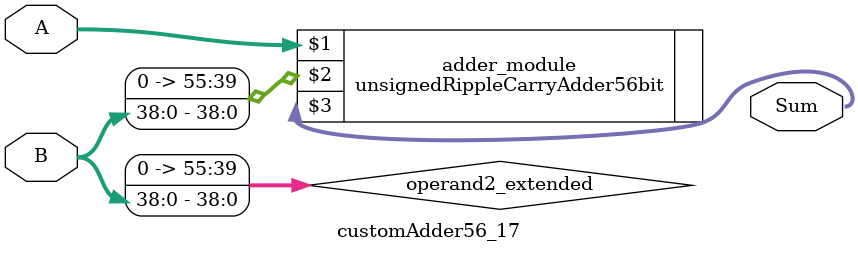
<source format=v>
module customAdder56_17(
                        input [55 : 0] A,
                        input [38 : 0] B,
                        
                        output [56 : 0] Sum
                );

        wire [55 : 0] operand2_extended;
        
        assign operand2_extended =  {17'b0, B};
        
        unsignedRippleCarryAdder56bit adder_module(
            A,
            operand2_extended,
            Sum
        );
        
        endmodule
        
</source>
